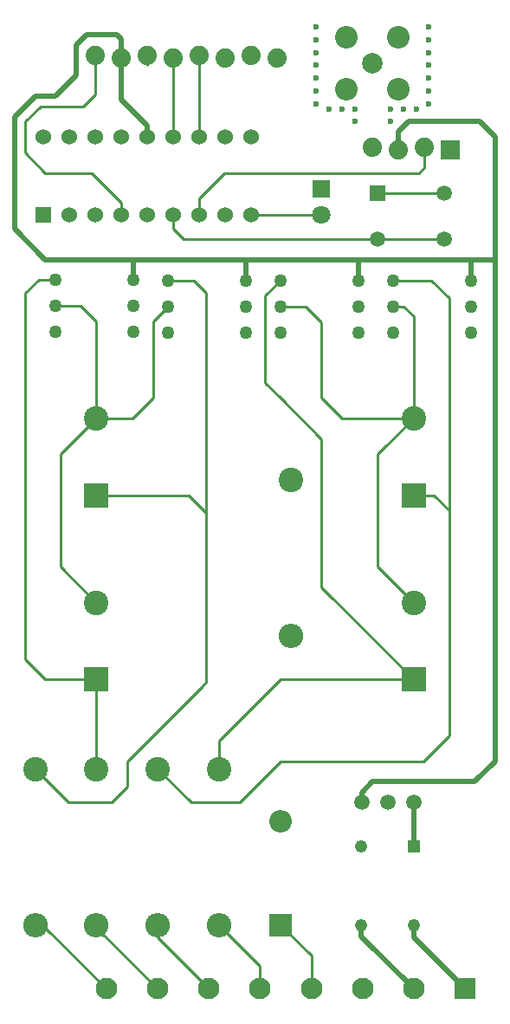
<source format=gtl>
G04 #@! TF.GenerationSoftware,KiCad,Pcbnew,(5.1.7)-1*
G04 #@! TF.CreationDate,2021-01-27T13:08:56-08:00*
G04 #@! TF.ProjectId,tx,74782e6b-6963-4616-945f-706362585858,rev?*
G04 #@! TF.SameCoordinates,Original*
G04 #@! TF.FileFunction,Copper,L1,Top*
G04 #@! TF.FilePolarity,Positive*
%FSLAX46Y46*%
G04 Gerber Fmt 4.6, Leading zero omitted, Abs format (unit mm)*
G04 Created by KiCad (PCBNEW (5.1.7)-1) date 2021-01-27 13:08:56*
%MOMM*%
%LPD*%
G01*
G04 APERTURE LIST*
G04 #@! TA.AperFunction,ComponentPad*
%ADD10R,2.100000X2.100000*%
G04 #@! TD*
G04 #@! TA.AperFunction,ComponentPad*
%ADD11C,2.100000*%
G04 #@! TD*
G04 #@! TA.AperFunction,ComponentPad*
%ADD12R,1.524000X1.524000*%
G04 #@! TD*
G04 #@! TA.AperFunction,ComponentPad*
%ADD13C,1.524000*%
G04 #@! TD*
G04 #@! TA.AperFunction,ComponentPad*
%ADD14C,1.270000*%
G04 #@! TD*
G04 #@! TA.AperFunction,ComponentPad*
%ADD15R,1.498600X1.498600*%
G04 #@! TD*
G04 #@! TA.AperFunction,ComponentPad*
%ADD16C,1.498600*%
G04 #@! TD*
G04 #@! TA.AperFunction,ComponentPad*
%ADD17O,2.400000X2.400000*%
G04 #@! TD*
G04 #@! TA.AperFunction,ComponentPad*
%ADD18C,2.400000*%
G04 #@! TD*
G04 #@! TA.AperFunction,ComponentPad*
%ADD19C,1.879600*%
G04 #@! TD*
G04 #@! TA.AperFunction,ComponentPad*
%ADD20R,1.879600X1.879600*%
G04 #@! TD*
G04 #@! TA.AperFunction,ComponentPad*
%ADD21C,2.006600*%
G04 #@! TD*
G04 #@! TA.AperFunction,ComponentPad*
%ADD22C,2.209800*%
G04 #@! TD*
G04 #@! TA.AperFunction,ComponentPad*
%ADD23R,1.210000X1.210000*%
G04 #@! TD*
G04 #@! TA.AperFunction,ComponentPad*
%ADD24C,1.210000*%
G04 #@! TD*
G04 #@! TA.AperFunction,ComponentPad*
%ADD25O,2.200000X2.200000*%
G04 #@! TD*
G04 #@! TA.AperFunction,ComponentPad*
%ADD26R,2.200000X2.200000*%
G04 #@! TD*
G04 #@! TA.AperFunction,ComponentPad*
%ADD27C,1.800000*%
G04 #@! TD*
G04 #@! TA.AperFunction,ComponentPad*
%ADD28R,1.800000X1.800000*%
G04 #@! TD*
G04 #@! TA.AperFunction,ComponentPad*
%ADD29R,2.400000X2.400000*%
G04 #@! TD*
G04 #@! TA.AperFunction,ViaPad*
%ADD30C,0.600000*%
G04 #@! TD*
G04 #@! TA.AperFunction,Conductor*
%ADD31C,0.250000*%
G04 #@! TD*
G04 #@! TA.AperFunction,Conductor*
%ADD32C,0.500000*%
G04 #@! TD*
G04 #@! TA.AperFunction,Conductor*
%ADD33C,0.152400*%
G04 #@! TD*
G04 APERTURE END LIST*
D10*
X163000000Y-142250000D03*
D11*
X158000000Y-142250000D03*
X153000000Y-142250000D03*
X148000000Y-142250000D03*
X143000000Y-142250000D03*
X138000000Y-142250000D03*
X133000000Y-142250000D03*
X128000000Y-142250000D03*
D12*
X121760000Y-66620000D03*
D13*
X124300000Y-66620000D03*
X126840000Y-66620000D03*
X129380000Y-66620000D03*
X131920000Y-66620000D03*
X134460000Y-66620000D03*
X137000000Y-66620000D03*
X139540000Y-66620000D03*
X142080000Y-66620000D03*
X142080000Y-59000000D03*
X139540000Y-59000000D03*
X137000000Y-59000000D03*
X134460000Y-59000000D03*
X131920000Y-59000000D03*
X129380000Y-59000000D03*
X126840000Y-59000000D03*
X124300000Y-59000000D03*
X121760000Y-59000000D03*
D14*
X145000000Y-73000000D03*
X145000000Y-75540000D03*
X145000000Y-78080000D03*
X152620000Y-78080000D03*
X152620000Y-75540000D03*
X152620000Y-73000000D03*
X156000000Y-73000000D03*
X156000000Y-75540000D03*
X156000000Y-78080000D03*
X163620000Y-78080000D03*
X163620000Y-75540000D03*
X163620000Y-73000000D03*
X123000000Y-72920000D03*
X123000000Y-75460000D03*
X123000000Y-78000000D03*
X130620000Y-78000000D03*
X130620000Y-75460000D03*
X130620000Y-72920000D03*
X134000000Y-73000000D03*
X134000000Y-75540000D03*
X134000000Y-78080000D03*
X141620000Y-78080000D03*
X141620000Y-75540000D03*
X141620000Y-73000000D03*
D15*
X154499999Y-64499999D03*
D16*
X154499999Y-69000000D03*
X161000001Y-69000000D03*
X161000001Y-64499999D03*
D17*
X139000000Y-136000000D03*
D18*
X139000000Y-120760000D03*
D17*
X133000000Y-136000000D03*
D18*
X133000000Y-120760000D03*
D17*
X127000000Y-136000000D03*
D18*
X127000000Y-120760000D03*
D17*
X121000000Y-136000000D03*
D18*
X121000000Y-120760000D03*
D17*
X146000000Y-107740000D03*
D18*
X146000000Y-92500000D03*
D19*
X154000000Y-60000000D03*
X159080000Y-60000000D03*
D20*
X161620000Y-60254000D03*
D19*
X156540000Y-60254000D03*
D21*
X154000000Y-51750000D03*
D22*
X151460000Y-49210000D03*
X151460000Y-54290000D03*
X156540000Y-54290000D03*
X156540000Y-49210000D03*
D19*
X126840000Y-51000000D03*
X129380000Y-51254000D03*
X131920000Y-51000000D03*
X134460000Y-51254000D03*
X137000000Y-51000000D03*
X139540000Y-51254000D03*
X142080000Y-51000000D03*
X144620000Y-51254000D03*
D16*
X158000000Y-124000000D03*
X155460000Y-124000000D03*
X152920000Y-124000000D03*
D23*
X158000000Y-128300000D03*
D24*
X152900000Y-128300000D03*
X152900000Y-136000000D03*
X158000000Y-136000000D03*
D25*
X145000000Y-125840000D03*
D26*
X145000000Y-136000000D03*
D27*
X149000000Y-66600000D03*
D28*
X149000000Y-64060000D03*
D18*
X158000000Y-104500000D03*
D29*
X158000000Y-112000000D03*
D18*
X158000000Y-86500000D03*
D29*
X158000000Y-94000000D03*
D18*
X127000000Y-104500000D03*
D29*
X127000000Y-112000000D03*
D18*
X127000000Y-86500000D03*
D29*
X127000000Y-94000000D03*
D30*
X148500000Y-48250000D03*
X148500000Y-49500000D03*
X148500000Y-50750000D03*
X148500000Y-52000000D03*
X148500000Y-53250000D03*
X148500000Y-54500000D03*
X148500000Y-55750000D03*
X149750000Y-56250000D03*
X151000000Y-56250000D03*
X152250000Y-56250000D03*
X155750000Y-56250000D03*
X157000000Y-56250000D03*
X158250000Y-56250000D03*
X159500000Y-48250000D03*
X159500000Y-49500000D03*
X159500000Y-50750000D03*
X159500000Y-52000000D03*
X159500000Y-53250000D03*
X159500000Y-54500000D03*
X159500000Y-55750000D03*
X152250000Y-57500000D03*
X155750000Y-57500000D03*
D31*
X154000000Y-86500000D02*
X158000000Y-86500000D01*
X123500000Y-90000000D02*
X127000000Y-86500000D01*
X123500000Y-101000000D02*
X123500000Y-90000000D01*
X127000000Y-104500000D02*
X123500000Y-101000000D01*
X129000000Y-86500000D02*
X127000000Y-86500000D01*
X130500000Y-86500000D02*
X129000000Y-86500000D01*
X132540000Y-84460000D02*
X130500000Y-86500000D01*
X132540000Y-77000000D02*
X132540000Y-84460000D01*
X134000000Y-75540000D02*
X132540000Y-77000000D01*
X155000000Y-89500000D02*
X158000000Y-86500000D01*
X145000000Y-75540000D02*
X147460000Y-75540000D01*
X149000000Y-77080000D02*
X149000000Y-81500000D01*
X147460000Y-75540000D02*
X149000000Y-77080000D01*
X123000000Y-75460000D02*
X125460000Y-75460000D01*
X127000000Y-77000000D02*
X127000000Y-86500000D01*
X125460000Y-75460000D02*
X127000000Y-77000000D01*
X156000000Y-75540000D02*
X157040000Y-75540000D01*
X158000000Y-76500000D02*
X158000000Y-86500000D01*
X157040000Y-75540000D02*
X158000000Y-76500000D01*
X149000000Y-81500000D02*
X149000000Y-84500000D01*
X149000000Y-84500000D02*
X151000000Y-86500000D01*
X151000000Y-86500000D02*
X154500000Y-86500000D01*
X158000000Y-104500000D02*
X154500000Y-101000000D01*
X154500000Y-101000000D02*
X154500000Y-90000000D01*
X154500000Y-90000000D02*
X155000000Y-89500000D01*
X134000000Y-73000000D02*
X135000000Y-73000000D01*
X134000000Y-73000000D02*
X136500000Y-73000000D01*
X130000000Y-122500000D02*
X130000000Y-120000000D01*
X128500000Y-124000000D02*
X130000000Y-122500000D01*
X124240000Y-124000000D02*
X128500000Y-124000000D01*
X121000000Y-120760000D02*
X124240000Y-124000000D01*
X137750000Y-112250000D02*
X137250000Y-112750000D01*
X130000000Y-120000000D02*
X137250000Y-112750000D01*
X136500000Y-73000000D02*
X137750000Y-74250000D01*
X137750000Y-74250000D02*
X137750000Y-94000000D01*
X137750000Y-95750000D02*
X137750000Y-112250000D01*
X136000000Y-94000000D02*
X137750000Y-95750000D01*
X137750000Y-94000000D02*
X137750000Y-95750000D01*
X127000000Y-94000000D02*
X136000000Y-94000000D01*
X127000000Y-120760000D02*
X127000000Y-112000000D01*
X121330000Y-72920000D02*
X123000000Y-72920000D01*
X120000000Y-110000000D02*
X120000000Y-74250000D01*
X120000000Y-74250000D02*
X121330000Y-72920000D01*
X122000000Y-112000000D02*
X120000000Y-110000000D01*
X127000000Y-112000000D02*
X122000000Y-112000000D01*
X145000000Y-120000000D02*
X159000000Y-120000000D01*
X141000000Y-124000000D02*
X145000000Y-120000000D01*
X136240000Y-124000000D02*
X141000000Y-124000000D01*
X133000000Y-120760000D02*
X136240000Y-124000000D01*
X158000000Y-73000000D02*
X156000000Y-73000000D01*
X159000000Y-120000000D02*
X161500000Y-117500000D01*
X161500000Y-74750000D02*
X161500000Y-94000000D01*
X159750000Y-73000000D02*
X161500000Y-74750000D01*
X156000000Y-73000000D02*
X159750000Y-73000000D01*
X160000000Y-94000000D02*
X161500000Y-95500000D01*
X161500000Y-95500000D02*
X161500000Y-94000000D01*
X161500000Y-117500000D02*
X161500000Y-95500000D01*
X158000000Y-94000000D02*
X160000000Y-94000000D01*
X158000000Y-112000000D02*
X152000000Y-112000000D01*
X139000000Y-118000000D02*
X139000000Y-120760000D01*
X145000000Y-112000000D02*
X139000000Y-118000000D01*
X147000000Y-112000000D02*
X145000000Y-112000000D01*
X145000000Y-73000000D02*
X143500000Y-74500000D01*
X143500000Y-74500000D02*
X143500000Y-83000000D01*
X143500000Y-83000000D02*
X145000000Y-84500000D01*
X145000000Y-84500000D02*
X149000000Y-88500000D01*
X149000000Y-112000000D02*
X147000000Y-112000000D01*
X152000000Y-112000000D02*
X149000000Y-112000000D01*
X149000000Y-103000000D02*
X149000000Y-101500000D01*
X158000000Y-112000000D02*
X149000000Y-103000000D01*
X149000000Y-88500000D02*
X149000000Y-101500000D01*
X142200000Y-66500000D02*
X142080000Y-66620000D01*
X142100000Y-66600000D02*
X142080000Y-66620000D01*
X149000000Y-66600000D02*
X142100000Y-66600000D01*
X148000000Y-139000000D02*
X145000000Y-136000000D01*
X148000000Y-142250000D02*
X148000000Y-139000000D01*
D32*
X158000000Y-128300000D02*
X158000000Y-124000000D01*
D31*
X161000001Y-64499999D02*
X154499999Y-64499999D01*
X131920000Y-51000000D02*
X131920000Y-51920000D01*
D32*
X152900000Y-137150000D02*
X158000000Y-142250000D01*
X152900000Y-136000000D02*
X152900000Y-137150000D01*
X158000000Y-137250000D02*
X163000000Y-142250000D01*
X158000000Y-136000000D02*
X158000000Y-137250000D01*
D31*
X143000000Y-140000000D02*
X139000000Y-136000000D01*
X143000000Y-142250000D02*
X143000000Y-140000000D01*
X133000000Y-137250000D02*
X133000000Y-136000000D01*
X138000000Y-142250000D02*
X133000000Y-137250000D01*
X127000000Y-136250000D02*
X127000000Y-136000000D01*
X133000000Y-142250000D02*
X127000000Y-136250000D01*
D33*
X121000000Y-136250000D02*
X121000000Y-136000000D01*
D31*
X121750000Y-136000000D02*
X121000000Y-136000000D01*
X128000000Y-142250000D02*
X121750000Y-136000000D01*
X166000000Y-76000000D02*
X166000000Y-75380000D01*
D32*
X166000000Y-120000000D02*
X166000000Y-76000000D01*
X131920000Y-57920000D02*
X131920000Y-59000000D01*
X129380000Y-55380000D02*
X131920000Y-57920000D01*
X129380000Y-51254000D02*
X129380000Y-55380000D01*
X129380000Y-49380000D02*
X129000000Y-49000000D01*
X129380000Y-51254000D02*
X129380000Y-49380000D01*
D31*
X130620000Y-71120000D02*
X130500000Y-71000000D01*
D32*
X130620000Y-72920000D02*
X130620000Y-71120000D01*
X122000000Y-71000000D02*
X130500000Y-71000000D01*
D31*
X141620000Y-71120000D02*
X141500000Y-71000000D01*
D32*
X141620000Y-73000000D02*
X141620000Y-71120000D01*
X130500000Y-71000000D02*
X141500000Y-71000000D01*
D31*
X152620000Y-71120000D02*
X152500000Y-71000000D01*
D32*
X152620000Y-73000000D02*
X152620000Y-71120000D01*
X152500000Y-71000000D02*
X163000000Y-71000000D01*
X141500000Y-71000000D02*
X152500000Y-71000000D01*
X119000000Y-68000000D02*
X122000000Y-71000000D01*
X119000000Y-57500000D02*
X119000000Y-68000000D01*
X129000000Y-49000000D02*
X126000000Y-49000000D01*
X166000000Y-71000000D02*
X166000000Y-76000000D01*
X166000000Y-60000000D02*
X166000000Y-71000000D01*
D31*
X163620000Y-71120000D02*
X163500000Y-71000000D01*
D32*
X163620000Y-73000000D02*
X163620000Y-71120000D01*
X163500000Y-71000000D02*
X166000000Y-71000000D01*
X163000000Y-71000000D02*
X163500000Y-71000000D01*
X126000000Y-49000000D02*
X125000000Y-50000000D01*
X156000000Y-122000000D02*
X164000000Y-122000000D01*
X166000000Y-120000000D02*
X164000000Y-122000000D01*
X152920000Y-124000000D02*
X152920000Y-123080000D01*
X154000000Y-122000000D02*
X156000000Y-122000000D01*
X152920000Y-123080000D02*
X154000000Y-122000000D01*
X166000000Y-60000000D02*
X166000000Y-59000000D01*
X156540000Y-60254000D02*
X156540000Y-58460000D01*
X125000000Y-50000000D02*
X125000000Y-53000000D01*
X125000000Y-53000000D02*
X123000000Y-55000000D01*
X123000000Y-55000000D02*
X121000000Y-55000000D01*
X119000000Y-57000000D02*
X121000000Y-55000000D01*
X119000000Y-57000000D02*
X119000000Y-57500000D01*
X164500000Y-57500000D02*
X157500000Y-57500000D01*
X156540000Y-58460000D02*
X157500000Y-57500000D01*
X166000000Y-59000000D02*
X164500000Y-57500000D01*
D31*
X126840000Y-54840000D02*
X126840000Y-51000000D01*
X120000000Y-60500000D02*
X120000000Y-57500000D01*
X121500000Y-56000000D02*
X125680000Y-56000000D01*
X122000000Y-62500000D02*
X120000000Y-60500000D01*
X125680000Y-56000000D02*
X126840000Y-54840000D01*
X126500000Y-62500000D02*
X122000000Y-62500000D01*
X120000000Y-57500000D02*
X121500000Y-56000000D01*
X129380000Y-65380000D02*
X126500000Y-62500000D01*
X129380000Y-66620000D02*
X129380000Y-65380000D01*
X134460000Y-51254000D02*
X134460000Y-59000000D01*
X137000000Y-51000000D02*
X137000000Y-59000000D01*
X159080000Y-61920000D02*
X159080000Y-60000000D01*
X139500000Y-62500000D02*
X158500000Y-62500000D01*
X137000000Y-65000000D02*
X139500000Y-62500000D01*
X158500000Y-62500000D02*
X159080000Y-61920000D01*
X137000000Y-66620000D02*
X137000000Y-65000000D01*
X154499999Y-69000000D02*
X161000001Y-69000000D01*
X134460000Y-66620000D02*
X134460000Y-67960000D01*
X135500000Y-69000000D02*
X137000000Y-69000000D01*
X134460000Y-67960000D02*
X135500000Y-69000000D01*
X154499999Y-69000000D02*
X137000000Y-69000000D01*
M02*

</source>
